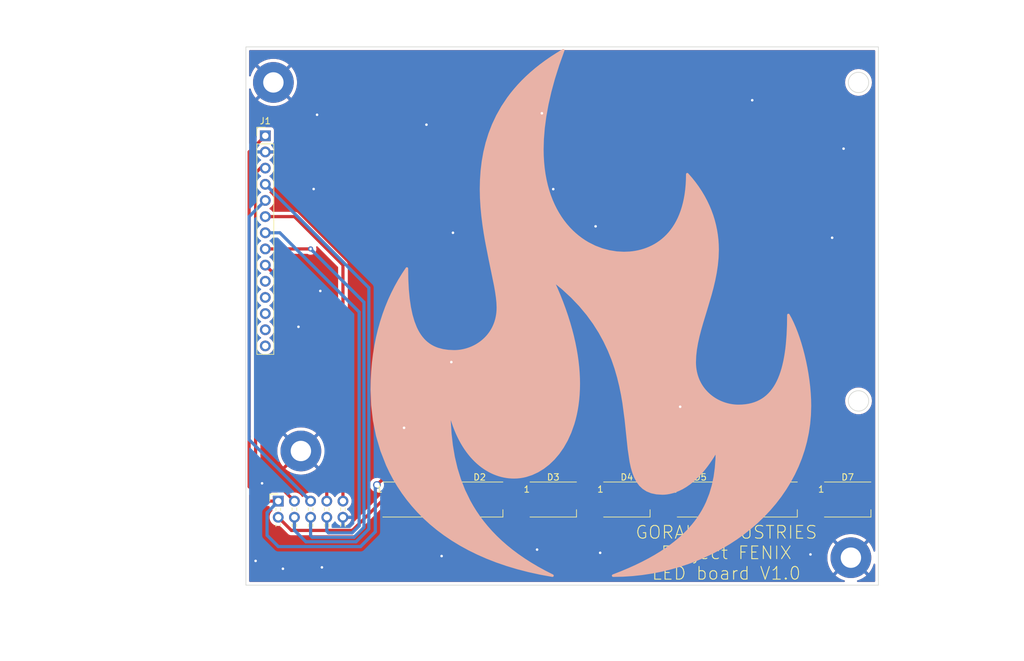
<source format=kicad_pcb>
(kicad_pcb (version 20211014) (generator pcbnew)
  (layers (0 "F.Cu" signal) (31 "B.Cu" signal) (34 "B.Paste" user) (35 "F.Paste" user) (36 "B.SilkS" user "B.Silkscreen") (37 "F.SilkS" user "F.Silkscreen") (38 "B.Mask" user) (39 "F.Mask" user) (44 "Edge.Cuts" user))
  (net 0 "")
  (net 1 "+5V")
  (net 2 "Net-(D1-Pad2)")
  (net 3 "GND")
  (net 4 "N_in")
  (net 5 "Net-(D2-Pad2)")
  (net 6 "Net-(D3-Pad2)")
  (net 7 "Net-(D4-Pad2)")
  (net 8 "Net-(D5-Pad2)")
  (net 9 "Net-(D6-Pad2)")
  (net 10 "N_out")
  (net 11 "CS")
  (net 12 "RESET")
  (net 13 "DC{slash}RS")
  (net 14 "MOSI")
  (net 15 "SCK")
  (net 16 "LED_back")
  (net 17 "MISO")
  (footprint "LED_SMD:LED_WS2812B_PLCC4_5.0x5.0mm_P3.2mm" (layer "F.Cu") (at 176.911 136.652)
    (fp_text reference "D4" (at 0 -3.5) (layer "F.SilkS"))
    (fp_text value "WS2812B")
    (fp_text user "1" (at -4.15 -1.6) (layer "F.SilkS"))
    (fp_line (start 3.65 2.75) (end 3.65 1.6) (layer "F.SilkS") (width 0.12))
    (fp_line (start -3.65 2.75) (end 3.65 2.75) (layer "F.SilkS") (width 0.12))
    (fp_line (start -3.65 -2.75) (end 3.65 -2.75) (layer "F.SilkS") (width 0.12))
    (pad "1" smd rect (at -2.45 -1.6) (size 1.5 1) (layers "F.Cu" "F.Paste" "F.Mask") (net 1 "+5V"))
    (pad "2" smd rect (at -2.45 1.6) (size 1.5 1) (layers "F.Cu" "F.Paste" "F.Mask") (net 7 "Net-(D4-Pad2)"))
    (pad "3" smd rect (at 2.45 1.6) (size 1.5 1) (layers "F.Cu" "F.Paste" "F.Mask") (net 3 "GND"))
    (pad "4" smd rect (at 2.45 -1.6) (size 1.5 1) (layers "F.Cu" "F.Paste" "F.Mask") (net 6 "Net-(D3-Pad2)"))
  )
  (footprint "" (layer "F.Cu") (at 125.73 129.032)
    (fp_text reference "" (at 0 0) (layer "F.SilkS") (effects (font (size 1.27 1.27))))
    (fp_text value "" (at 0 0) (layer "F.SilkS") (effects (font (size 1.27 1.27))))
    (pad "1" thru_hole circle (at 0 0) (size 6.4 6.4) (drill 3.2) (layers *.Cu *.Mask) (net 3 "GND"))
  )
  (footprint "Connector_PinHeader_2.54mm:PinHeader_1x14_P2.54mm_Vertical" (layer "F.Cu") (at 120.142 79.502)
    (fp_text reference "J1" (at 0 -2.33) (layer "F.SilkS"))
    (fp_text value "Conn_01x14_Female")
    (fp_line (start 1.33 1.27) (end 1.33 34.35) (layer "F.SilkS") (width 0.12))
    (fp_line (start -1.33 34.35) (end 1.33 34.35) (layer "F.SilkS") (width 0.12))
    (fp_line (start -1.33 1.27) (end 1.33 1.27) (layer "F.SilkS") (width 0.12))
    (fp_line (start -1.33 0) (end -1.33 -1.33) (layer "F.SilkS") (width 0.12))
    (fp_line (start -1.33 -1.33) (end 0 -1.33) (layer "F.SilkS") (width 0.12))
    (fp_line (start -1.33 1.27) (end -1.33 34.35) (layer "F.SilkS") (width 0.12))
    (pad "1" thru_hole rect (at 0 0) (size 1.7 1.7) (drill 1) (layers *.Cu *.Mask) (net 1 "+5V"))
    (pad "2" thru_hole oval (at 0 2.54) (size 1.7 1.7) (drill 1) (layers *.Cu *.Mask) (net 3 "GND"))
    (pad "3" thru_hole oval (at 0 5.08) (size 1.7 1.7) (drill 1) (layers *.Cu *.Mask) (net 11 "CS"))
    (pad "4" thru_hole oval (at 0 7.62) (size 1.7 1.7) (drill 1) (layers *.Cu *.Mask) (net 12 "RESET"))
    (pad "5" thru_hole oval (at 0 10.16) (size 1.7 1.7) (drill 1) (layers *.Cu *.Mask) (net 13 "DC{slash}RS"))
    (pad "6" thru_hole oval (at 0 12.7) (size 1.7 1.7) (drill 1) (layers *.Cu *.Mask) (net 14 "MOSI"))
    (pad "7" thru_hole oval (at 0 15.24) (size 1.7 1.7) (drill 1) (layers *.Cu *.Mask) (net 15 "SCK"))
    (pad "8" thru_hole oval (at 0 17.78) (size 1.7 1.7) (drill 1) (layers *.Cu *.Mask) (net 16 "LED_back"))
    (pad "9" thru_hole oval (at 0 20.32) (size 1.7 1.7) (drill 1) (layers *.Cu *.Mask) (net 17 "MISO"))
    (pad "10" thru_hole oval (at 0 22.86) (size 1.7 1.7) (drill 1) (layers *.Cu *.Mask))
    (pad "11" thru_hole oval (at 0 25.4) (size 1.7 1.7) (drill 1) (layers *.Cu *.Mask))
    (pad "12" thru_hole oval (at 0 27.94) (size 1.7 1.7) (drill 1) (layers *.Cu *.Mask))
    (pad "13" thru_hole oval (at 0 30.48) (size 1.7 1.7) (drill 1) (layers *.Cu *.Mask))
    (pad "14" thru_hole oval (at 0 33.02) (size 1.7 1.7) (drill 1) (layers *.Cu *.Mask))
  )
  (footprint "Connector_PinSocket_2.54mm:PinSocket_2x05_P2.54mm_Horizontal" (layer "F.Cu") (at 122.174 136.906 90)
    (fp_text reference "J2" hide)
    (fp_text value "Conn_02x05_IDC")
    (fp_line (start -4 -0.36) (end -3.59 -0.36) (layer "F.SilkS") (width 0.12))
    (fp_line (start 1.11 -1.33) (end 1.11 0) (layer "F.SilkS") (width 0.12))
    (fp_line (start -1.49 4.72) (end -1.05 4.72) (layer "F.SilkS") (width 0.12))
    (fp_line (start -4 0.36) (end -3.59 0.36) (layer "F.SilkS") (width 0.12))
    (fp_line (start -1.49 2.18) (end -1.05 2.18) (layer "F.SilkS") (width 0.12))
    (fp_line (start -4 7.98) (end -3.59 7.98) (layer "F.SilkS") (width 0.12))
    (fp_line (start 0 -1.33) (end 1.11 -1.33) (layer "F.SilkS") (width 0.12))
    (fp_line (start -4 7.26) (end -3.59 7.26) (layer "F.SilkS") (width 0.12))
    (fp_line (start -4 2.18) (end -3.59 2.18) (layer "F.SilkS") (width 0.12))
    (fp_line (start -1.49 7.98) (end -1.05 7.98) (layer "F.SilkS") (width 0.12))
    (fp_line (start -1.49 -0.36) (end -1.11 -0.36) (layer "F.SilkS") (width 0.12))
    (fp_line (start -1.49 10.52) (end -1.05 10.52) (layer "F.SilkS") (width 0.12))
    (fp_line (start -4 10.52) (end -3.59 10.52) (layer "F.SilkS") (width 0.12))
    (fp_line (start -1.49 0.36) (end -1.11 0.36) (layer "F.SilkS") (width 0.12))
    (fp_line (start -4 4.72) (end -3.59 4.72) (layer "F.SilkS") (width 0.12))
    (fp_line (start -4 5.44) (end -3.59 5.44) (layer "F.SilkS") (width 0.12))
    (fp_line (start -1.49 5.44) (end -1.05 5.44) (layer "F.SilkS") (width 0.12))
    (fp_line (start -4 9.8) (end -3.59 9.8) (layer "F.SilkS") (width 0.12))
    (fp_line (start -4 2.9) (end -3.59 2.9) (layer "F.SilkS") (width 0.12))
    (fp_line (start -1.49 2.9) (end -1.05 2.9) (layer "F.SilkS") (width 0.12))
    (fp_line (start -1.49 9.8) (end -1.05 9.8) (layer "F.SilkS") (width 0.12))
    (fp_line (start -1.49 7.26) (end -1.05 7.26) (layer "F.SilkS") (width 0.12))
    (pad "1" thru_hole rect (at 0 0 90) (size 1.7 1.7) (drill 1) (layers *.Cu *.Mask) (net 1 "+5V"))
    (pad "2" thru_hole oval (at -2.54 0 90) (size 1.7 1.7) (drill 1) (layers *.Cu *.Mask) (net 4 "N_in"))
    (pad "3" thru_hole oval (at 0 2.54 90) (size 1.7 1.7) (drill 1) (layers *.Cu *.Mask) (net 11 "CS"))
    (pad "4" thru_hole oval (at -2.54 2.54 90) (size 1.7 1.7) (drill 1) (layers *.Cu *.Mask) (net 12 "RESET"))
    (pad "5" thru_hole oval (at 0 5.08 90) (size 1.7 1.7) (drill 1) (layers *.Cu *.Mask) (net 13 "DC{slash}RS"))
    (pad "6" thru_hole oval (at -2.54 5.08 90) (size 1.7 1.7) (drill 1) (layers *.Cu *.Mask) (net 16 "LED_back"))
    (pad "7" thru_hole oval (at 0 7.62 90) (size 1.7 1.7) (drill 1) (layers *.Cu *.Mask) (net 17 "MISO"))
    (pad "8" thru_hole oval (at -2.54 7.62 90) (size 1.7 1.7) (drill 1) (layers *.Cu *.Mask) (net 15 "SCK"))
    (pad "9" thru_hole oval (at 0 10.16 90) (size 1.7 1.7) (drill 1) (layers *.Cu *.Mask) (net 14 "MOSI"))
    (pad "10" thru_hole oval (at -2.54 10.16 90) (size 1.7 1.7) (drill 1) (layers *.Cu *.Mask) (net 3 "GND"))
  )
  (footprint "LED_SMD:LED_WS2812B_PLCC4_5.0x5.0mm_P3.2mm" (layer "F.Cu") (at 165.354 136.652)
    (fp_text reference "D3" (at 0 -3.5) (layer "F.SilkS"))
    (fp_text value "WS2812B")
    (fp_text user "1" (at -4.15 -1.6) (layer "F.SilkS"))
    (fp_line (start -3.65 2.75) (end 3.65 2.75) (layer "F.SilkS") (width 0.12))
    (fp_line (start -3.65 -2.75) (end 3.65 -2.75) (layer "F.SilkS") (width 0.12))
    (fp_line (start 3.65 2.75) (end 3.65 1.6) (layer "F.SilkS") (width 0.12))
    (pad "1" smd rect (at -2.45 -1.6) (size 1.5 1) (layers "F.Cu" "F.Paste" "F.Mask") (net 1 "+5V"))
    (pad "2" smd rect (at -2.45 1.6) (size 1.5 1) (layers "F.Cu" "F.Paste" "F.Mask") (net 6 "Net-(D3-Pad2)"))
    (pad "3" smd rect (at 2.45 1.6) (size 1.5 1) (layers "F.Cu" "F.Paste" "F.Mask") (net 3 "GND"))
    (pad "4" smd rect (at 2.45 -1.6) (size 1.5 1) (layers "F.Cu" "F.Paste" "F.Mask") (net 5 "Net-(D2-Pad2)"))
  )
  (footprint "LED_SMD:LED_WS2812B_PLCC4_5.0x5.0mm_P3.2mm" (layer "F.Cu") (at 200.025 136.652)
    (fp_text reference "D6" (at 0 -3.5) (layer "F.SilkS"))
    (fp_text value "WS2812B")
    (fp_text user "1" (at -4.15 -1.6) (layer "F.SilkS"))
    (fp_line (start -3.65 2.75) (end 3.65 2.75) (layer "F.SilkS") (width 0.12))
    (fp_line (start -3.65 -2.75) (end 3.65 -2.75) (layer "F.SilkS") (width 0.12))
    (fp_line (start 3.65 2.75) (end 3.65 1.6) (layer "F.SilkS") (width 0.12))
    (pad "1" smd rect (at -2.45 -1.6) (size 1.5 1) (layers "F.Cu" "F.Paste" "F.Mask") (net 1 "+5V"))
    (pad "2" smd rect (at -2.45 1.6) (size 1.5 1) (layers "F.Cu" "F.Paste" "F.Mask") (net 9 "Net-(D6-Pad2)"))
    (pad "3" smd rect (at 2.45 1.6) (size 1.5 1) (layers "F.Cu" "F.Paste" "F.Mask") (net 3 "GND"))
    (pad "4" smd rect (at 2.45 -1.6) (size 1.5 1) (layers "F.Cu" "F.Paste" "F.Mask") (net 8 "Net-(D5-Pad2)"))
  )
  (footprint "LED_SMD:LED_WS2812B_PLCC4_5.0x5.0mm_P3.2mm" (layer "F.Cu") (at 153.797 136.652)
    (fp_text reference "D2" (at 0 -3.5) (layer "F.SilkS"))
    (fp_text value "WS2812B")
    (fp_text user "1" (at -4.15 -1.6) (layer "F.SilkS"))
    (fp_line (start -3.65 -2.75) (end 3.65 -2.75) (layer "F.SilkS") (width 0.12))
    (fp_line (start -3.65 2.75) (end 3.65 2.75) (layer "F.SilkS") (width 0.12))
    (fp_line (start 3.65 2.75) (end 3.65 1.6) (layer "F.SilkS") (width 0.12))
    (pad "1" smd rect (at -2.45 -1.6) (size 1.5 1) (layers "F.Cu" "F.Paste" "F.Mask") (net 1 "+5V"))
    (pad "2" smd rect (at -2.45 1.6) (size 1.5 1) (layers "F.Cu" "F.Paste" "F.Mask") (net 5 "Net-(D2-Pad2)"))
    (pad "3" smd rect (at 2.45 1.6) (size 1.5 1) (layers "F.Cu" "F.Paste" "F.Mask") (net 3 "GND"))
    (pad "4" smd rect (at 2.45 -1.6) (size 1.5 1) (layers "F.Cu" "F.Paste" "F.Mask") (net 2 "Net-(D1-Pad2)"))
  )
  (footprint "" (layer "F.Cu") (at 212.09 145.796)
    (fp_text reference "" (at 0 0) (layer "F.SilkS") (effects (font (size 1.27 1.27))))
    (fp_text value "" (at 0 0) (layer "F.SilkS") (effects (font (size 1.27 1.27))))
    (pad "1" thru_hole circle (at 0 0) (size 6.4 6.4) (drill 3.2) (layers *.Cu *.Mask) (net 3 "GND"))
  )
  (footprint "LED_SMD:LED_WS2812B_PLCC4_5.0x5.0mm_P3.2mm" (layer "F.Cu") (at 142.24 136.652)
    (fp_text reference "D1" (at 0 -3.5) (layer "F.SilkS"))
    (fp_text value "WS2812B")
    (fp_text user "1" (at -4.15 -1.6) (layer "F.SilkS"))
    (fp_line (start -3.65 -2.75) (end 3.65 -2.75) (layer "F.SilkS") (width 0.12))
    (fp_line (start 3.65 2.75) (end 3.65 1.6) (layer "F.SilkS") (width 0.12))
    (fp_line (start -3.65 2.75) (end 3.65 2.75) (layer "F.SilkS") (width 0.12))
    (pad "1" smd rect (at -2.45 -1.6) (size 1.5 1) (layers "F.Cu" "F.Paste" "F.Mask") (net 1 "+5V"))
    (pad "2" smd rect (at -2.45 1.6) (size 1.5 1) (layers "F.Cu" "F.Paste" "F.Mask") (net 2 "Net-(D1-Pad2)"))
    (pad "3" smd rect (at 2.45 1.6) (size 1.5 1) (layers "F.Cu" "F.Paste" "F.Mask") (net 3 "GND"))
    (pad "4" smd rect (at 2.45 -1.6) (size 1.5 1) (layers "F.Cu" "F.Paste" "F.Mask") (net 4 "N_in"))
  )
  (footprint "LED_SMD:LED_WS2812B_PLCC4_5.0x5.0mm_P3.2mm" (layer "F.Cu") (at 188.468 136.652)
    (fp_text reference "D5" (at 0 -3.5) (layer "F.SilkS"))
    (fp_text value "WS2812B")
    (fp_text user "1" (at -4.15 -1.6) (layer "F.SilkS"))
    (fp_line (start -3.65 2.75) (end 3.65 2.75) (layer "F.SilkS") (width 0.12))
    (fp_line (start 3.65 2.75) (end 3.65 1.6) (layer "F.SilkS") (width 0.12))
    (fp_line (start -3.65 -2.75) (end 3.65 -2.75) (layer "F.SilkS") (width 0.12))
    (pad "1" smd rect (at -2.45 -1.6) (size 1.5 1) (layers "F.Cu" "F.Paste" "F.Mask") (net 1 "+5V"))
    (pad "2" smd rect (at -2.45 1.6) (size 1.5 1) (layers "F.Cu" "F.Paste" "F.Mask") (net 8 "Net-(D5-Pad2)"))
    (pad "3" smd rect (at 2.45 1.6) (size 1.5 1) (layers "F.Cu" "F.Paste" "F.Mask") (net 3 "GND"))
    (pad "4" smd rect (at 2.45 -1.6) (size 1.5 1) (layers "F.Cu" "F.Paste" "F.Mask") (net 7 "Net-(D4-Pad2)"))
  )
  (footprint "LED_SMD:LED_WS2812B_PLCC4_5.0x5.0mm_P3.2mm" (layer "F.Cu") (at 211.582 136.652)
    (fp_text reference "D7" (at 0 -3.5) (layer "F.SilkS"))
    (fp_text value "WS2812B")
    (fp_text user "1" (at -4.15 -1.6) (layer "F.SilkS"))
    (fp_line (start -3.65 -2.75) (end 3.65 -2.75) (layer "F.SilkS") (width 0.12))
    (fp_line (start 3.65 2.75) (end 3.65 1.6) (layer "F.SilkS") (width 0.12))
    (fp_line (start -3.65 2.75) (end 3.65 2.75) (layer "F.SilkS") (width 0.12))
    (pad "1" smd rect (at -2.45 -1.6) (size 1.5 1) (layers "F.Cu" "F.Paste" "F.Mask") (net 1 "+5V"))
    (pad "2" smd rect (at -2.45 1.6) (size 1.5 1) (layers "F.Cu" "F.Paste" "F.Mask") (net 10 "N_out"))
    (pad "3" smd rect (at 2.45 1.6) (size 1.5 1) (layers "F.Cu" "F.Paste" "F.Mask") (net 3 "GND"))
    (pad "4" smd rect (at 2.45 -1.6) (size 1.5 1) (layers "F.Cu" "F.Paste" "F.Mask") (net 9 "Net-(D6-Pad2)"))
  )
  (footprint "" (layer "F.Cu") (at 121.412 71.12)
    (fp_text reference "" (at 0 0) (layer "F.SilkS") (effects (font (size 1.27 1.27))))
    (fp_text value "" (at 0 0) (layer "F.SilkS") (effects (font (size 1.27 1.27))))
    (pad "1" thru_hole circle (at 0 0) (size 6.4 6.4) (drill 3.2) (layers *.Cu *.Mask) (net 3 "GND"))
  )
  (gr_poly (pts (xy 166.116 68.326) (xy 165.430564 70.493929) (xy 164.86419 72.572562) (xy 164.411918 74.561898) (xy 164.068786 76.461937) (xy 163.829834 78.272679) (xy 163.690101 79.994124) (xy 163.644626 81.626272) (xy 163.664241 82.66004) (xy 163.722167 83.658034) (xy 163.817028 84.620449) (xy 163.94745 85.547479) (xy 164.112055 86.439317) (xy 164.309469 87.296158) (xy 164.538315 88.118194) (xy 164.797217 88.90562) (xy 165.084799 89.658629) (xy 165.399686 90.377416) (xy 165.740502 91.062174) (xy 166.105871 91.713097) (xy 166.494416 92.330378) (xy 166.904762 92.914212) (xy 167.335534 93.464792) (xy 167.785354 93.982312) (xy 168.252848 94.466965) (xy 168.73664 94.918947) (xy 169.235353 95.33845) (xy 169.747611 95.725667) (xy 170.27204 96.080794) (xy 170.807262 96.404024) (xy 171.904585 96.955566) (xy 173.028574 97.381845) (xy 174.16822 97.68441) (xy 175.312517 97.864813) (xy 176.450458 97.924602) (xy 177.364459 97.886698) (xy 177.820897 97.838532) (xy 178.275669 97.770193) (xy 178.727806 97.681158) (xy 179.176338 97.570903) (xy 179.620296 97.438905) (xy 180.058713 97.284641) (xy 180.490618 97.107588) (xy 180.915043 96.907223) (xy 181.331019 96.683021) (xy 181.737577 96.434461) (xy 182.133748 96.161018) (xy 182.518563 95.86217) (xy 182.891053 95.537394) (xy 183.250249 95.186165) (xy 183.595183 94.807961) (xy 183.924885 94.40226) (xy 184.238387 93.968536) (xy 184.534719 93.506268) (xy 184.812913 93.014931) (xy 185.071999 92.494004) (xy 185.311009 91.942962) (xy 185.528974 91.361282) (xy 185.724924 90.748442) (xy 185.897892 90.103917) (xy 186.046907 89.427185) (xy 186.171002 88.717723) (xy 186.269207 87.975006) (xy 186.340552 87.198513) (xy 186.38407 86.38772) (xy 186.398792 85.542103) (xy 186.992942 86.222862) (xy 187.545389 86.915249) (xy 188.056598 87.618487) (xy 188.527034 88.331803) (xy 188.957163 89.05442) (xy 189.34745 89.785564) (xy 189.698358 90.52446) (xy 190.010355 91.270331) (xy 190.283904 92.022404) (xy 190.519471 92.779903) (xy 190.717521 93.542053) (xy 190.878519 94.308079) (xy 191.00293 95.077205) (xy 191.091219 95.848657) (xy 191.143852 96.621659) (xy 191.161293 97.395437) (xy 191.120882 98.61712) (xy 191.006677 99.821749) (xy 190.82922 101.009636) (xy 190.599053 102.181089) (xy 190.326718 103.336419) (xy 190.022757 104.475936) (xy 189.362125 106.708771) (xy 188.701493 108.882075) (xy 188.397532 109.947178) (xy 188.125197 110.998328) (xy 187.89503 112.035836) (xy 187.717573 113.060011) (xy 187.603368 114.071164) (xy 187.562957 115.069605) (xy 187.573079 115.471108) (xy 187.603007 115.861933) (xy 187.65208 116.241945) (xy 187.71964 116.611009) (xy 187.805029 116.968987) (xy 187.907587 117.315746) (xy 188.026656 117.651148) (xy 188.161577 117.975059) (xy 188.311691 118.287343) (xy 188.476338 118.587864) (xy 188.654861 118.876487) (xy 188.8466 119.153075) (xy 189.050896 119.417494) (xy 189.267091 119.669607) (xy 189.494526 119.909279) (xy 189.732541 120.136374) (xy 189.980478 120.350757) (xy 190.237678 120.552292) (xy 190.503483 120.740843) (xy 190.777232 120.916275) (xy 191.058268 121.078452) (xy 191.345932 121.227238) (xy 191.639564 121.362498) (xy 191.938505 121.484096) (xy 192.242098 121.591896) (xy 192.549683 121.685763) (xy 192.860601 121.765561) (xy 193.174193 121.831155) (xy 193.489801 121.882408) (xy 193.806765 121.919185) (xy 194.124426 121.941351) (xy 194.442127 121.94877) (xy 194.995345 121.933015) (xy 195.524205 121.885983) (xy 196.029151 121.808023) (xy 196.51063 121.699483) (xy 196.969087 121.560713) (xy 197.404968 121.39206) (xy 197.818718 121.193875) (xy 198.210784 120.966505) (xy 198.581611 120.7103) (xy 198.931644 120.425608) (xy 199.26133 120.112778) (xy 199.571114 119.772159) (xy 199.861442 119.4041) (xy 200.13276 119.00895) (xy 200.385512 118.587057) (xy 200.620146 118.138771) (xy 200.837106 117.664439) (xy 201.036839 117.164412) (xy 201.219789 116.639037) (xy 201.386404 116.088664) (xy 201.537128 115.513641) (xy 201.672407 114.914317) (xy 201.792687 114.291041) (xy 201.898414 113.644162) (xy 201.990033 112.974028) (xy 202.06799 112.280989) (xy 202.184702 110.82759) (xy 202.252114 109.286754) (xy 202.273792 107.661272) (xy 202.60832 108.270537) (xy 202.935872 108.943674) (xy 203.254431 109.675103) (xy 203.561984 110.459241) (xy 203.856514 111.290508) (xy 204.136005 112.163323) (xy 204.398444 113.072104) (xy 204.641814 114.011272) (xy 204.8641 114.975244) (xy 205.063286 115.958439) (xy 205.237358 116.955277) (xy 205.384299 117.960177) (xy 205.502095 118.967557) (xy 205.588731 119.971837) (xy 205.64219 120.967435) (xy 205.660457 121.94877) (xy 205.618063 123.384749) (xy 205.492457 124.794643) (xy 205.286003 126.177175) (xy 205.001066 127.531065) (xy 204.640009 128.855035) (xy 204.205197 130.147805) (xy 203.698994 131.408096) (xy 203.123764 132.63463) (xy 202.481872 133.826127) (xy 201.775681 134.981308) (xy 201.007557 136.098895) (xy 200.179862 137.177608) (xy 199.294961 138.216169) (xy 198.355219 139.213298) (xy 197.362999 140.167716) (xy 196.320666 141.078145) (xy 195.230584 141.943305) (xy 194.095117 142.761918) (xy 192.91663 143.532704) (xy 191.697486 144.254385) (xy 190.44005 144.925681) (xy 189.146685 145.545313) (xy 187.819758 146.112003) (xy 186.46163 146.624472) (xy 185.074667 147.08144) (xy 183.661232 147.481629) (xy 182.223691 147.823759) (xy 180.764407 148.106552) (xy 179.285744 148.328728) (xy 177.790067 148.489009) (xy 176.279739 148.586115) (xy 174.757125 148.618768) (xy 176.014368 148.127661) (xy 177.207466 147.626787) (xy 178.338011 147.116301) (xy 179.40759 146.596359) (xy 180.417793 146.067114) (xy 181.370209 145.528723) (xy 182.266427 144.98134) (xy 183.108035 144.425121) (xy 183.896624 143.86022) (xy 184.633781 143.286792) (xy 185.321097 142.704993) (xy 185.96016 142.114977) (xy 186.552559 141.5169) (xy 187.099883 140.910916) (xy 187.603722 140.297181) (xy 188.065664 139.67585) (xy 188.487298 139.047077) (xy 188.870214 138.411017) (xy 189.216 137.767827) (xy 189.526246 137.11766) (xy 190.046472 135.797017) (xy 190.443605 134.45033) (xy 190.730358 133.078838) (xy 190.919442 131.683781) (xy 191.023569 130.2664) (xy 191.055454 128.827936) (xy 190.737702 129.378422) (xy 190.419678 129.899318) (xy 190.101732 130.391416) (xy 189.784213 130.855513) (xy 189.467469 131.292402) (xy 189.151848 131.702878) (xy 188.837701 132.087735) (xy 188.525375 132.447768) (xy 188.215219 132.783772) (xy 187.907583 133.09654) (xy 187.301264 133.655551) (xy 186.709207 134.131155) (xy 186.134203 134.52971) (xy 185.579044 134.857572) (xy 185.046518 135.121097) (xy 184.539418 135.32664) (xy 184.060533 135.480559) (xy 183.612653 135.589209) (xy 183.19857 135.658947) (xy 182.821074 135.696128) (xy 182.482955 135.707109) (xy 181.57231 135.649916) (xy 180.778848 135.48149) (xy 180.093247 135.206558) (xy 179.506186 134.82985) (xy 179.008345 134.356093) (xy 178.590402 133.790017) (xy 178.243037 133.136348) (xy 177.956927 132.399817) (xy 177.722752 131.585151) (xy 177.53119 130.697078) (xy 177.238624 128.719628) (xy 176.754726 124.0919) (xy 176.414256 121.517276) (xy 176.186766 120.181324) (xy 175.908679 118.81925) (xy 175.570674 117.435781) (xy 175.163428 116.035647) (xy 174.677621 114.623575) (xy 174.103932 113.204295) (xy 173.433039 111.782534) (xy 172.655623 110.363021) (xy 171.76236 108.950485) (xy 170.743931 107.549653) (xy 169.591014 106.165255) (xy 168.294288 104.802018) (xy 166.844431 103.46467) (xy 165.232124 102.157942) (xy 165.76682 103.338593) (xy 166.260278 104.49909) (xy 166.713429 105.639124) (xy 167.127202 106.758383) (xy 167.502527 107.856559) (xy 167.840336 108.933341) (xy 168.141558 109.988418) (xy 168.407123 111.021482) (xy 168.637962 112.032221) (xy 168.835004 113.020326) (xy 168.99918 113.985486) (xy 169.13142 114.927392) (xy 169.232654 115.845734) (xy 169.303812 116.7402) (xy 169.345825 117.610483) (xy 169.359623 118.45627) (xy 169.344594 119.336501) (xy 169.300169 120.191151) (xy 169.227334 121.020067) (xy 169.127079 121.823093) (xy 169.000391 122.600074) (xy 168.848259 123.350855) (xy 168.671671 124.075281) (xy 168.471615 124.773197) (xy 168.005054 126.088879) (xy 167.456483 127.29666) (xy 166.833808 128.395301) (xy 166.144936 129.383561) (xy 165.397772 130.2602) (xy 164.600224 131.023977) (xy 163.760198 131.673653) (xy 162.8856 132.207987) (xy 161.984337 132.625739) (xy 161.064316 132.925668) (xy 160.599741 133.031063) (xy 160.133442 133.106536) (xy 159.666406 133.151934) (xy 159.199623 133.167101) (xy 158.802825 133.157166) (xy 158.406493 133.12731) (xy 158.011091 133.077455) (xy 157.617084 133.007524) (xy 157.224938 132.917439) (xy 156.835117 132.807123) (xy 156.448086 132.676498) (xy 156.064311 132.525486) (xy 155.684257 132.354011) (xy 155.308388 132.161994) (xy 154.937171 131.949359) (xy 154.571069 131.716027) (xy 154.210549 131.461921) (xy 153.856074 131.186964) (xy 153.508111 130.891078) (xy 153.167124 130.574185) (xy 152.833578 130.236208) (xy 152.507939 129.87707) (xy 152.190672 129.496693) (xy 151.882241 129.095) (xy 151.583112 128.671912) (xy 151.29375 128.227353) (xy 151.01462 127.761244) (xy 150.746186 127.27351) (xy 150.488915 126.764071) (xy 150.243271 126.23285) (xy 150.00972 125.67977) (xy 149.788725 125.104754) (xy 149.580754 124.507724) (xy 149.386269 123.888602) (xy 149.205738 123.24731) (xy 149.039624 122.583772) (xy 149.076133 124.462108) (xy 149.192793 126.32432) (xy 149.400299 128.166688) (xy 149.70935 129.985491) (xy 150.130642 131.77701) (xy 150.674873 133.537522) (xy 151.352738 135.263308) (xy 152.174936 136.950646) (xy 152.643503 137.778735) (xy 153.152163 138.595817) (xy 153.702256 139.401426) (xy 154.295117 140.195098) (xy 154.932084 140.976368) (xy 155.614494 141.744771) (xy 156.343684 142.499841) (xy 157.120991 143.241113) (xy 157.947752 143.968123) (xy 158.825305 144.680405) (xy 159.754987 145.377494) (xy 160.738134 146.058925) (xy 161.776085 146.724233) (xy 162.870175 147.372953) (xy 164.021742 148.00462) (xy 165.232124 148.618768) (xy 163.335027 148.273654) (xy 161.512635 147.874473) (xy 159.763999 147.42297) (xy 158.088168 146.920888) (xy 156.484193 146.369972) (xy 154.951124 145.771966) (xy 153.488013 145.128614) (xy 152.093909 144.44166) (xy 150.767862 143.712848) (xy 149.508924 142.943922) (xy 148.316145 142.136626) (xy 147.188575 141.292705) (xy 146.125265 140.413902) (xy 145.125265 139.501962) (xy 144.187625 138.558628) (xy 143.311396 137.585645) (xy 142.495629 136.584757) (xy 141.739374 135.557707) (xy 141.04168 134.50624) (xy 140.4016 133.4321) (xy 139.818183 132.337032) (xy 139.29048 131.222778) (xy 138.398415 128.943693) (xy 137.717811 126.608797) (xy 137.24107 124.232043) (xy 136.960596 121.827385) (xy 136.868793 119.408773) (xy 136.893391 117.957699) (xy 136.966358 116.541351) (xy 137.086454 115.159729) (xy 137.252439 113.812835) (xy 137.463072 112.500667) (xy 137.717113 111.223225) (xy 138.013323 109.98051) (xy 138.35046 108.772522) (xy 138.727284 107.599261) (xy 139.142556 106.460726) (xy 139.595035 105.356917) (xy 140.08348 104.287835) (xy 140.606652 103.25348) (xy 141.163311 102.253851) (xy 141.752215 101.288949) (xy 142.372126 100.358774) (xy 142.399514 102.092078) (xy 142.482093 103.683221) (xy 142.620483 105.136387) (xy 142.815303 106.455764) (xy 143.067174 107.645536) (xy 143.376716 108.70989) (xy 143.744548 109.65301) (xy 143.950518 110.080416) (xy 144.171292 110.479084) (xy 144.40695 110.849536) (xy 144.657568 111.192296) (xy 144.923223 111.507887) (xy 145.203994 111.796833) (xy 145.499958 112.059656) (xy 145.811192 112.29688) (xy 146.137774 112.509028) (xy 146.479782 112.696623) (xy 146.837292 112.860189) (xy 147.210383 113.000248) (xy 148.003616 113.211941) (xy 148.860102 113.335887) (xy 149.780459 113.376272) (xy 150.098159 113.368853) (xy 150.415821 113.346687) (xy 150.732784 113.30991) (xy 151.048392 113.258656) (xy 151.361984 113.193063) (xy 151.672901 113.113265) (xy 151.980486 113.019398) (xy 152.284079 112.911597) (xy 152.58302 112.789999) (xy 152.876652 112.65474) (xy 153.164315 112.505953) (xy 153.445351 112.343777) (xy 153.719101 112.168345) (xy 153.984905 111.979794) (xy 154.242105 111.778259) (xy 154.490042 111.563876) (xy 154.728057 111.336781) (xy 154.955492 111.097109) (xy 155.171687 110.844995) (xy 155.375983 110.580577) (xy 155.567722 110.303988) (xy 155.746245 110.015366) (xy 155.910892 109.714845) (xy 156.061006 109.402561) (xy 156.195926 109.07865) (xy 156.314995 108.743247) (xy 156.417554 108.396489) (xy 156.502943 108.03851) (xy 156.570503 107.669447) (xy 156.619576 107.289435) (xy 156.649503 106.898609) (xy 156.659626 106.497106) (xy 156.629912 105.726326) (xy 156.545937 104.885007) (xy 156.415455 103.977026) (xy 156.246214 103.006259) (xy 155.336709 98.572834) (xy 154.850951 96.08017) (xy 154.627451 94.778415) (xy 154.427205 93.444879) (xy 154.257964 92.083438) (xy 154.127482 90.697967) (xy 154.043507 89.292342) (xy 154.013793 87.870439) (xy 154.044851 86.436134) (xy 154.143191 84.993302) (xy 154.316566 83.545819) (xy 154.572726 82.097561) (xy 154.919423 80.652404) (xy 155.364408 79.214223) (xy 155.915434 77.786894) (xy 156.580251 76.374293) (xy 157.366612 74.980296) (xy 158.282266 73.608778) (xy 158.791002 72.932659) (xy 159.334967 72.263614) (xy 159.915132 71.602127) (xy 160.532465 70.948682) (xy 161.187935 70.303763) (xy 161.882512 69.667856) (xy 162.617163 69.041444) (xy 163.392859 68.425012) (xy 164.210568 67.819044) (xy 165.071258 67.224026) (xy 165.975899 66.64044) (xy 166.92546 66.068773)) (layer "B.SilkS") (width 0.4) (fill solid))
  (gr_rect (start 117.094 150.114) (end 216.408 65.532) (layer "Edge.Cuts") (width 0.1) (fill none))
  (gr_circle (center 213.284 71.12) (end 214.884 71.12) (layer "Edge.Cuts") (width 0.1) (fill none))
  (gr_circle (center 213.284 121.158) (end 214.884 121.158) (layer "Edge.Cuts") (width 0.1) (fill none))
  (gr_text "GORAK INDUSTRIES\nProject FENIX\nLED board V1.0" (at 192.532 145.034) (layer "F.SilkS") (effects (font (size 2 2))))
  (segment (start 139.79 133.948) (end 139.446 133.604) (width 0.5) (layer "F.Cu") (net 1))
  (segment (start 197.575 135.052) (end 197.575 134.329) (width 0.5) (layer "F.Cu") (net 1))
  (segment (start 162.052 133.604) (end 171.45 133.604) (width 0.5) (layer "F.Cu") (net 1))
  (segment (start 171.45 133.604) (end 172.974 133.604) (width 0.5) (layer "F.Cu") (net 1))
  (segment (start 150.876 133.604) (end 139.446 133.604) (width 0.5) (layer "F.Cu") (net 1))
  (segment (start 174.461 135.052) (end 174.461 134.329) (width 0.5) (layer "F.Cu") (net 1))
  (segment (start 117.602 82.042) (end 120.142 79.502) (width 0.5) (layer "F.Cu") (net 1))
  (segment (start 162.306 133.604) (end 162.052 133.604) (width 0.5) (layer "F.Cu") (net 1))
  (segment (start 185.166 133.604) (end 196.088 133.604) (width 0.5) (layer "F.Cu") (net 1))
  (segment (start 186.018 135.052) (end 186.018 134.456) (width 0.5) (layer "F.Cu") (net 1))
  (segment (start 159.766 133.604) (end 162.052 133.604) (width 0.5) (layer "F.Cu") (net 1))
  (segment (start 139.79 135.052) (end 139.79 133.948) (width 0.5) (layer "F.Cu") (net 1))
  (segment (start 122.174 136.906) (end 119.888 136.906) (width 0.5) (layer "F.Cu") (net 1))
  (segment (start 172.974 133.604) (end 183.642 133.604) (width 0.5) (layer "F.Cu") (net 1))
  (segment (start 150.876 133.604) (end 159.766 133.604) (width 0.5) (layer "F.Cu") (net 1))
  (segment (start 174.461 134.329) (end 173.736 133.604) (width 0.5) (layer "F.Cu") (net 1))
  (segment (start 196.85 133.604) (end 208.026 133.604) (width 0.5) (layer "F.Cu") (net 1))
  (segment (start 117.602 134.62) (end 117.602 82.042) (width 0.5) (layer "F.Cu") (net 1))
  (segment (start 151.347 135.052) (end 151.347 134.075) (width 0.5) (layer "F.Cu") (net 1))
  (segment (start 151.347 134.075) (end 150.876 133.604) (width 0.5) (layer "F.Cu") (net 1))
  (segment (start 173.736 133.604) (end 172.974 133.604) (width 0.5) (layer "F.Cu") (net 1))
  (segment (start 186.018 134.456) (end 185.166 133.604) (width 0.5) (layer "F.Cu") (net 1))
  (segment (start 119.888 136.906) (end 117.602 134.62) (width 0.5) (layer "F.Cu") (net 1))
  (segment (start 138.43 133.604) (end 139.446 133.604) (width 0.5) (layer "F.Cu") (net 1))
  (segment (start 183.642 133.604) (end 185.166 133.604) (width 0.5) (layer "F.Cu") (net 1))
  (segment (start 209.132 135.052) (end 209.132 134.71) (width 0.5) (layer "F.Cu") (net 1))
  (segment (start 196.088 133.604) (end 196.85 133.604) (width 0.5) (layer "F.Cu") (net 1))
  (segment (start 162.904 135.052) (end 162.904 134.202) (width 0.5) (layer "F.Cu") (net 1))
  (segment (start 209.132 134.71) (end 208.026 133.604) (width 0.5) (layer "F.Cu") (net 1))
  (segment (start 137.668 134.366) (end 138.43 133.604) (width 0.5) (layer "F.Cu") (net 1))
  (segment (start 197.575 134.329) (end 196.85 133.604) (width 0.5) (layer "F.Cu") (net 1))
  (segment (start 162.904 134.202) (end 162.306 133.604) (width 0.5) (layer "F.Cu") (net 1))
  (via (at 137.668 134.366) (size 1.2) (drill 0.8) (layers "F.Cu" "B.Cu") (net 1))
  (segment (start 135.091 144.055) (end 137.414 141.732) (width 0.5) (layer "B.Cu") (net 1))
  (segment (start 137.414 134.62) (end 137.668 134.366) (width 0.5) (layer "B.Cu") (net 1))
  (segment (start 122.194 144.055) (end 135.091 144.055) (width 0.5) (layer "B.Cu") (net 1))
  (segment (start 122.174 136.906) (end 122.174 136.963) (width 0.5) (layer "B.Cu") (net 1))
  (segment (start 122.174 136.963) (end 120.416 138.721) (width 0.5) (layer "B.Cu") (net 1))
  (segment (start 137.414 141.732) (end 137.414 134.62) (width 0.5) (layer "B.Cu") (net 1))
  (segment (start 120.416 138.721) (end 120.416 142.277) (width 0.5) (layer "B.Cu") (net 1))
  (segment (start 120.416 142.277) (end 122.194 144.055) (width 0.5) (layer "B.Cu") (net 1))
  (segment (start 154.139 137.16) (end 156.247 135.052) (width 0.5) (layer "F.Cu") (net 2))
  (segment (start 139.79 138.252) (end 140.882 137.16) (width 0.5) (layer "F.Cu") (net 2))
  (segment (start 140.882 137.16) (end 154.139 137.16) (width 0.5) (layer "F.Cu") (net 2))
  (via (at 149.606 94.742) (size 0.8) (drill 0.4) (layers "F.Cu" "B.Cu") (net 3))
  (via (at 127.733615 87.868829) (size 0.8) (drill 0.4) (layers "F.Cu" "B.Cu") (net 3))
  (via (at 172.72 145.034) (size 0.8) (drill 0.4) (layers "F.Cu" "B.Cu") (net 3))
  (via (at 205.74 145.288) (size 0.8) (drill 0.4) (layers "F.Cu" "B.Cu") (net 3))
  (via (at 119.634 134.112) (size 0.8) (drill 0.4) (layers "F.Cu" "B.Cu") (net 3))
  (via (at 141.928905 125.39065) (size 0.8) (drill 0.4) (layers "F.Cu" "B.Cu") (net 3))
  (via (at 163.568157 75.966318) (size 0.8) (drill 0.4) (layers "F.Cu" "B.Cu") (net 3))
  (via (at 209.144609 95.524716) (size 0.8) (drill 0.4) (layers "F.Cu" "B.Cu") (net 3))
  (via (at 118.618 146.304) (size 0.8) (drill 0.4) (layers "F.Cu" "B.Cu") (net 3))
  (via (at 172.001595 93.730368) (size 0.8) (drill 0.4) (layers "F.Cu" "B.Cu") (net 3))
  (via (at 129.032 147.32) (size 0.8) (drill 0.4) (layers "F.Cu" "B.Cu") (net 3))
  (via (at 128.778 103.886) (size 0.8) (drill 0.4) (layers "F.Cu" "B.Cu") (net 3))
  (via (at 149.352 115.062) (size 0.8) (drill 0.4) (layers "F.Cu" "B.Cu") (net 3))
  (via (at 147.828 145.542) (size 0.8) (drill 0.4) (layers "F.Cu" "B.Cu") (net 3))
  (via (at 125.348534 109.520635) (size 0.8) (drill 0.4) (layers "F.Cu" "B.Cu") (net 3))
  (via (at 162.814 144.526) (size 0.8) (drill 0.4) (layers "F.Cu" "B.Cu") (net 3))
  (via (at 145.445237 77.760666) (size 0.8) (drill 0.4) (layers "F.Cu" "B.Cu") (net 3))
  (via (at 122.908811 147.53424) (size 0.8) (drill 0.4) (layers "F.Cu" "B.Cu") (net 3))
  (via (at 196.596 73.914) (size 0.8) (drill 0.4) (layers "F.Cu" "B.Cu") (net 3))
  (via (at 128.27 76.2) (size 0.8) (drill 0.4) (layers "F.Cu" "B.Cu") (net 3))
  (via (at 165.354 87.884) (size 0.8) (drill 0.4) (layers "F.Cu" "B.Cu") (net 3))
  (via (at 210.938958 81.528798) (size 0.8) (drill 0.4) (layers "F.Cu" "B.Cu") (net 3))
  (via (at 185.279774 122.081074) (size 0.8) (drill 0.4) (layers "F.Cu" "B.Cu") (net 3))
  (segment (start 133.926 141.41) (end 138.938 136.398) (width 0.5) (layer "F.Cu") (net 4))
  (segment (start 138.938 136.398) (end 143.344 136.398) (width 0.5) (layer "F.Cu") (net 4))
  (segment (start 133.926 141.515) (end 133.926 141.41) (width 0.5) (layer "F.Cu") (net 4))
  (segment (start 143.344 136.398) (end 144.69 135.052) (width 0.5) (layer "F.Cu") (net 4))
  (segment (start 124.243 141.515) (end 133.926 141.515) (width 0.5) (layer "F.Cu") (net 4))
  (segment (start 122.174 139.446) (end 124.243 141.515) (width 0.5) (layer "F.Cu") (net 4))
  (segment (start 156.205 136.144) (end 166.712 136.144) (width 0.5) (layer "F.Cu") (net 5))
  (segment (start 154.097 138.252) (end 156.205 136.144) (width 0.5) (layer "F.Cu") (net 5))
  (segment (start 151.347 138.252) (end 154.097 138.252) (width 0.5) (layer "F.Cu") (net 5))
  (segment (start 166.712 136.144) (end 167.804 135.052) (width 0.5) (layer "F.Cu") (net 5))
  (segment (start 162.904 138.252) (end 164.25 136.906) (width 0.5) (layer "F.Cu") (net 6))
  (segment (start 164.25 136.906) (end 177.507 136.906) (width 0.5) (layer "F.Cu") (net 6))
  (segment (start 177.507 136.906) (end 179.361 135.052) (width 0.5) (layer "F.Cu") (net 6))
  (segment (start 190.918 135.052) (end 190.918 135.218) (width 0.5) (layer "F.Cu") (net 7))
  (segment (start 177.211 138.252) (end 179.319 136.144) (width 0.5) (layer "F.Cu") (net 7))
  (segment (start 174.461 138.252) (end 177.211 138.252) (width 0.5) (layer "F.Cu") (net 7))
  (segment (start 190.918 135.218) (end 189.992 136.144) (width 0.5) (layer "F.Cu") (net 7))
  (segment (start 179.319 136.144) (end 189.992 136.144) (width 0.5) (layer "F.Cu") (net 7))
  (segment (start 187.376 138.252) (end 188.722 136.906) (width 0.5) (layer "F.Cu") (net 8))
  (segment (start 186.018 138.252) (end 187.376 138.252) (width 0.5) (layer "F.Cu") (net 8))
  (segment (start 188.722 136.906) (end 200.621 136.906) (width 0.5) (layer "F.Cu") (net 8))
  (segment (start 200.621 136.906) (end 202.475 135.052) (width 0.5) (layer "F.Cu") (net 8))
  (segment (start 197.575 138.252) (end 200.325 138.252) (width 0.5) (layer "F.Cu") (net 9))
  (segment (start 201.925 136.652) (end 212.432 136.652) (width 0.5) (layer "F.Cu") (net 9))
  (segment (start 212.432 136.652) (end 214.032 135.052) (width 0.5) (layer "F.Cu") (net 9))
  (segment (start 200.325 138.252) (end 201.925 136.652) (width 0.5) (layer "F.Cu") (net 9))
  (segment (start 118.635 130.048) (end 118.635 130.827) (width 0.5) (layer "F.Cu") (net 11))
  (segment (start 119.38 84.582) (end 118.618 85.344) (width 0.5) (layer "F.Cu") (net 11))
  (segment (start 118.618 130.031) (end 118.635 130.048) (width 0.5) (layer "F.Cu") (net 11))
  (segment (start 120.142 84.582) (end 119.38 84.582) (width 0.5) (layer "F.Cu") (net 11))
  (segment (start 118.618 85.344) (end 118.618 130.031) (width 0.5) (layer "F.Cu") (net 11))
  (segment (start 118.635 130.827) (end 124.714 136.906) (width 0.5) (layer "F.Cu") (net 11))
  (segment (start 126.512 143.293) (end 134.386 143.293) (width 0.5) (layer "B.Cu") (net 12))
  (segment (start 124.714 139.446) (end 124.714 141.495) (width 0.5) (layer "B.Cu") (net 12))
  (segment (start 134.386 143.293) (end 136.398 141.281) (width 0.5) (layer "B.Cu") (net 12))
  (segment (start 124.714 141.495) (end 126.512 143.293) (width 0.5) (layer "B.Cu") (net 12))
  (segment (start 136.398 141.281) (end 136.398 103.378) (width 0.5) (layer "B.Cu") (net 12))
  (segment (start 136.398 103.378) (end 120.142 87.122) (width 0.5) (layer "B.Cu") (net 12))
  (segment (start 127.254 136.906) (end 117.602 127.254) (width 0.5) (layer "B.Cu") (net 13))
  (segment (start 117.602 127.254) (end 117.602 126.746) (width 0.5) (layer "B.Cu") (net 13))
  (segment (start 117.602 92.202) (end 120.142 89.662) (width 0.5) (layer "B.Cu") (net 13))
  (segment (start 117.602 126.746) (end 117.602 92.202) (width 0.5) (layer "B.Cu") (net 13))
  (segment (start 132.334 99.822) (end 132.334 136.906) (width 0.5) (layer "F.Cu") (net 14))
  (segment (start 120.142 92.202) (end 124.714 92.202) (width 0.5) (layer "F.Cu") (net 14))
  (segment (start 124.714 92.202) (end 132.334 99.822) (width 0.5) (layer "F.Cu") (net 14))
  (segment (start 129.794 141.619) (end 129.794 139.446) (width 0.5) (layer "B.Cu") (net 15))
  (segment (start 134.874 107.188) (end 134.874 140.79905) (width 0.5) (layer "B.Cu") (net 15))
  (segment (start 134.874 140.79905) (end 133.78005 141.893) (width 0.5) (layer "B.Cu") (net 15))
  (segment (start 130.068 141.893) (end 129.794 141.619) (width 0.5) (layer "B.Cu") (net 15))
  (segment (start 122.428 94.742) (end 134.874 107.188) (width 0.5) (layer "B.Cu") (net 15))
  (segment (start 120.142 94.742) (end 122.428 94.742) (width 0.5) (layer "B.Cu") (net 15))
  (segment (start 133.78005 141.893) (end 130.068 141.893) (width 0.5) (layer "B.Cu") (net 15))
  (segment (start 127.254 97.282) (end 120.142 97.282) (width 0.5) (layer "F.Cu") (net 16))
  (via (at 127.254 97.282) (size 0.8) (drill 0.4) (layers "F.Cu" "B.Cu") (net 16))
  (segment (start 134.07 142.593) (end 127.528 142.593) (width 0.5) (layer "B.Cu") (net 16))
  (segment (start 135.636 105.664) (end 135.636 141.027) (width 0.5) (layer "B.Cu") (net 16))
  (segment (start 127.254 97.282) (end 135.636 105.664) (width 0.5) (layer "B.Cu") (net 16))
  (segment (start 127.528 142.593) (end 127.254 142.319) (width 0.5) (layer "B.Cu") (net 16))
  (segment (start 127.254 142.319) (end 127.254 139.446) (width 0.5) (layer "B.Cu") (net 16))
  (segment (start 135.636 141.027) (end 134.07 142.593) (width 0.5) (layer "B.Cu") (net 16))
  (segment (start 129.794 109.474) (end 129.794 136.906) (width 0.5) (layer "F.Cu") (net 17))
  (segment (start 120.142 99.822) (end 129.794 109.474) (width 0.5) (layer "F.Cu") (net 17))
  (zone (net 3) (net_name "GND") (layers F&B.Cu) (connect_pads (clearance 0.508)) (min_thickness 0.254) (fill yes (thermal_gap 0.508) (thermal_bridge_width 0.508))
    (polygon (pts (xy 233.934 162.052) (xy 94.742 156.972) (xy 78.486 132.588) (xy 107.188 58.166) (xy 239.268 58.166)))
  )
)
</source>
